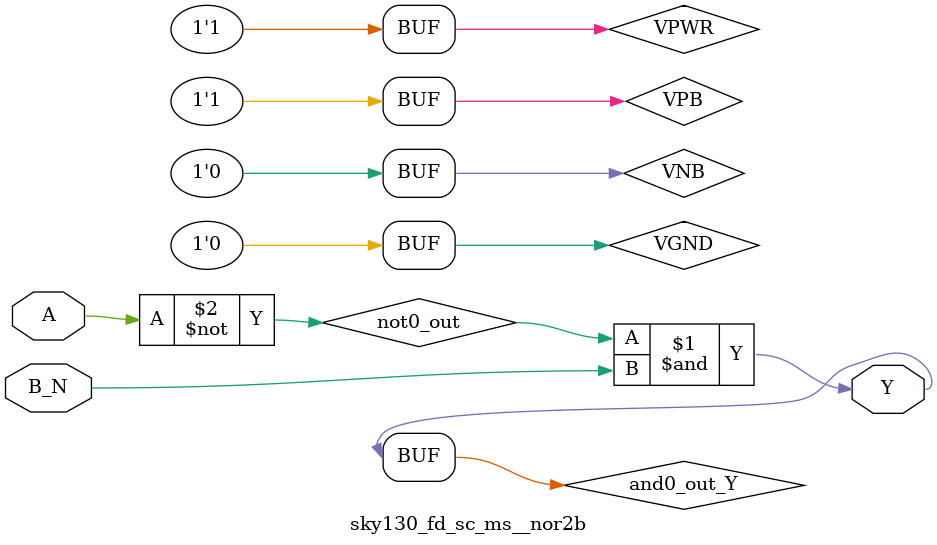
<source format=v>
/*
 * Copyright 2020 The SkyWater PDK Authors
 *
 * Licensed under the Apache License, Version 2.0 (the "License");
 * you may not use this file except in compliance with the License.
 * You may obtain a copy of the License at
 *
 *     https://www.apache.org/licenses/LICENSE-2.0
 *
 * Unless required by applicable law or agreed to in writing, software
 * distributed under the License is distributed on an "AS IS" BASIS,
 * WITHOUT WARRANTIES OR CONDITIONS OF ANY KIND, either express or implied.
 * See the License for the specific language governing permissions and
 * limitations under the License.
 *
 * SPDX-License-Identifier: Apache-2.0
*/


`ifndef SKY130_FD_SC_MS__NOR2B_BEHAVIORAL_V
`define SKY130_FD_SC_MS__NOR2B_BEHAVIORAL_V

/**
 * nor2b: 2-input NOR, first input inverted.
 *
 *        Y = !(A | B | C | !D)
 *
 * Verilog simulation functional model.
 */

`timescale 1ns / 1ps
`default_nettype none

`celldefine
module sky130_fd_sc_ms__nor2b (
    Y  ,
    A  ,
    B_N
);

    // Module ports
    output Y  ;
    input  A  ;
    input  B_N;

    // Module supplies
    supply1 VPWR;
    supply0 VGND;
    supply1 VPB ;
    supply0 VNB ;

    // Local signals
    wire not0_out  ;
    wire and0_out_Y;

    //  Name  Output      Other arguments
    not not0 (not0_out  , A              );
    and and0 (and0_out_Y, not0_out, B_N  );
    buf buf0 (Y         , and0_out_Y     );

endmodule
`endcelldefine

`default_nettype wire
`endif  // SKY130_FD_SC_MS__NOR2B_BEHAVIORAL_V
</source>
